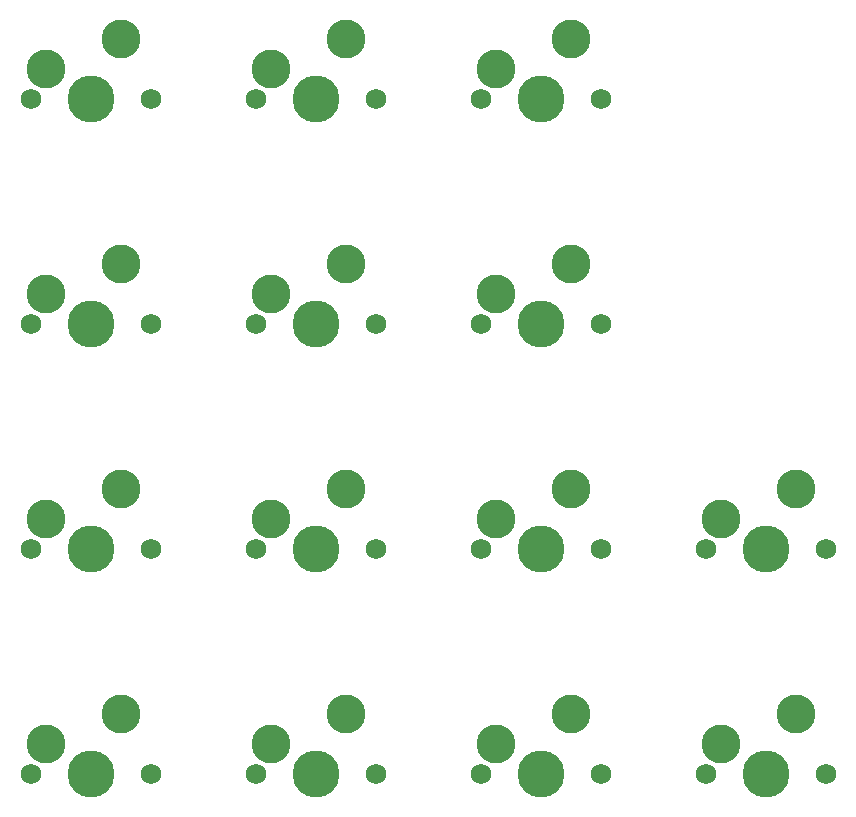
<source format=gts>
%TF.GenerationSoftware,KiCad,Pcbnew,7.0.5*%
%TF.CreationDate,2024-08-25T19:53:10+07:00*%
%TF.ProjectId,13A-Pro,3133412d-5072-46f2-9e6b-696361645f70,rev?*%
%TF.SameCoordinates,Original*%
%TF.FileFunction,Soldermask,Top*%
%TF.FilePolarity,Negative*%
%FSLAX46Y46*%
G04 Gerber Fmt 4.6, Leading zero omitted, Abs format (unit mm)*
G04 Created by KiCad (PCBNEW 7.0.5) date 2024-08-25 19:53:10*
%MOMM*%
%LPD*%
G01*
G04 APERTURE LIST*
%ADD10C,1.750000*%
%ADD11C,3.987800*%
%ADD12C,3.300000*%
G04 APERTURE END LIST*
D10*
%TO.C,MX4*%
X93980000Y-88900000D03*
D11*
X88900000Y-88900000D03*
D10*
X83820000Y-88900000D03*
D12*
X85090000Y-86360000D03*
X91440000Y-83820000D03*
%TD*%
D10*
%TO.C,MX2*%
X113030000Y-69850000D03*
D11*
X107950000Y-69850000D03*
D10*
X102870000Y-69850000D03*
D12*
X104140000Y-67310000D03*
X110490000Y-64770000D03*
%TD*%
D10*
%TO.C,MX7*%
X93980000Y-107950000D03*
D11*
X88900000Y-107950000D03*
D10*
X83820000Y-107950000D03*
D12*
X85090000Y-105410000D03*
X91440000Y-102870000D03*
%TD*%
D10*
%TO.C,MX14*%
X151130000Y-127000000D03*
D11*
X146050000Y-127000000D03*
D10*
X140970000Y-127000000D03*
D12*
X142240000Y-124460000D03*
X148590000Y-121920000D03*
%TD*%
D10*
%TO.C,MX13*%
X132080000Y-127000000D03*
D11*
X127000000Y-127000000D03*
D10*
X121920000Y-127000000D03*
D12*
X123190000Y-124460000D03*
X129540000Y-121920000D03*
%TD*%
D10*
%TO.C,MX5*%
X113030000Y-88900000D03*
D11*
X107950000Y-88900000D03*
D10*
X102870000Y-88900000D03*
D12*
X104140000Y-86360000D03*
X110490000Y-83820000D03*
%TD*%
D10*
%TO.C,MX10*%
X151130000Y-107950000D03*
D11*
X146050000Y-107950000D03*
D10*
X140970000Y-107950000D03*
D12*
X142240000Y-105410000D03*
X148590000Y-102870000D03*
%TD*%
D10*
%TO.C,MX3*%
X132080000Y-69850000D03*
D11*
X127000000Y-69850000D03*
D10*
X121920000Y-69850000D03*
D12*
X123190000Y-67310000D03*
X129540000Y-64770000D03*
%TD*%
D10*
%TO.C,MX6*%
X132080000Y-88900000D03*
D11*
X127000000Y-88900000D03*
D10*
X121920000Y-88900000D03*
D12*
X123190000Y-86360000D03*
X129540000Y-83820000D03*
%TD*%
D10*
%TO.C,MX12*%
X113030000Y-127000000D03*
D11*
X107950000Y-127000000D03*
D10*
X102870000Y-127000000D03*
D12*
X104140000Y-124460000D03*
X110490000Y-121920000D03*
%TD*%
D10*
%TO.C,MX8*%
X113030000Y-107950000D03*
D11*
X107950000Y-107950000D03*
D10*
X102870000Y-107950000D03*
D12*
X104140000Y-105410000D03*
X110490000Y-102870000D03*
%TD*%
D10*
%TO.C,MX1*%
X93980000Y-69850000D03*
D11*
X88900000Y-69850000D03*
D10*
X83820000Y-69850000D03*
D12*
X85090000Y-67310000D03*
X91440000Y-64770000D03*
%TD*%
D10*
%TO.C,MX11*%
X93980000Y-127000000D03*
D11*
X88900000Y-127000000D03*
D10*
X83820000Y-127000000D03*
D12*
X85090000Y-124460000D03*
X91440000Y-121920000D03*
%TD*%
D10*
%TO.C,MX9*%
X132080000Y-107950000D03*
D11*
X127000000Y-107950000D03*
D10*
X121920000Y-107950000D03*
D12*
X123190000Y-105410000D03*
X129540000Y-102870000D03*
%TD*%
M02*

</source>
